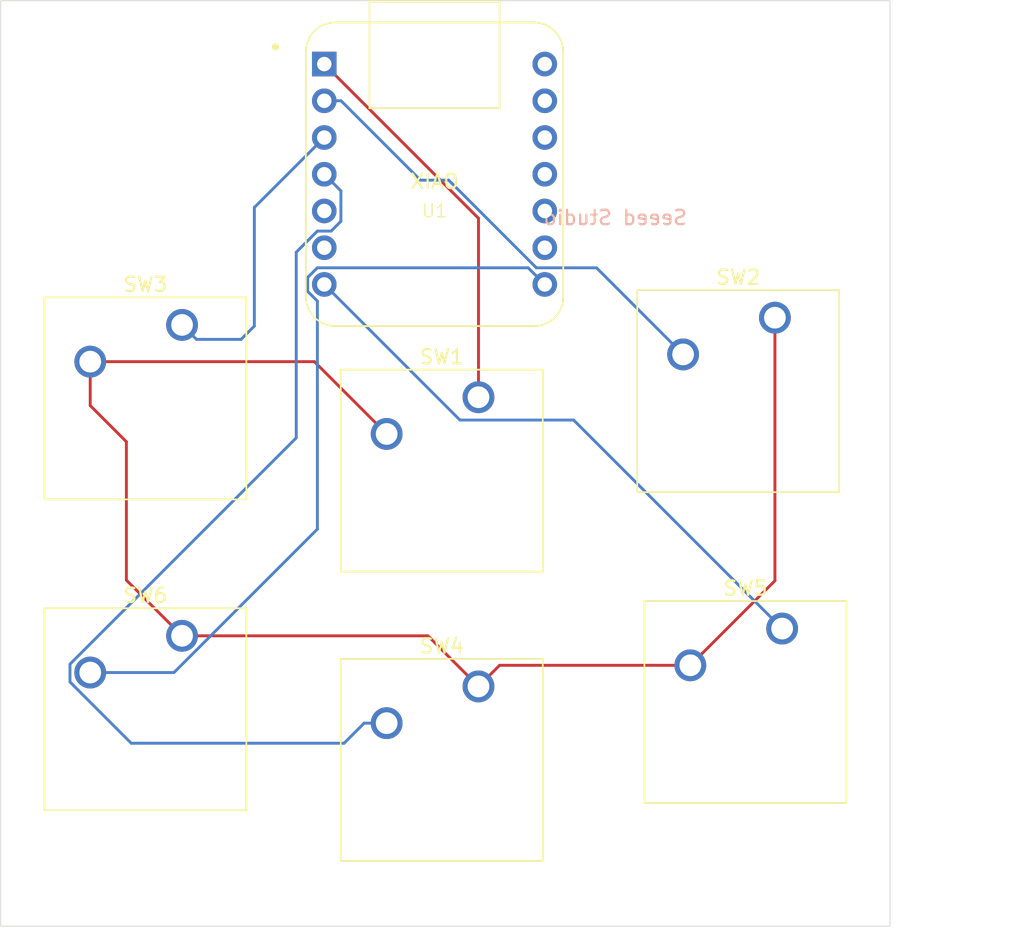
<source format=kicad_pcb>
(kicad_pcb (version 20240108) (generator "pcbnew") (generator_version "8.0")
  (layers (0 "F.Cu" signal) (31 "B.Cu" signal) (34 "B.Paste" user) (35 "F.Paste" user) (36 "B.SilkS" user "B.Silkscreen") (37 "F.SilkS" user "F.Silkscreen") (38 "B.Mask" user) (39 "F.Mask" user) (44 "Edge.Cuts" user))
  (net 0 "")
  (net 1 "GND")
  (net 2 "SW1")
  (net 3 "SW2")
  (net 4 "SW3")
  (net 5 "SW4")
  (net 6 "SW5")
  (net 7 "SW6")
  (footprint "Button_Switch_Keyboard:SW_Cherry_MX_1.00u_PCB" (layer "F.Cu") (at 76.04 70.92)
    (property "Reference" "SW5" (at -2.54 -2.794 0) (layer "F.SilkS"))
    (property "Value" "SW_Push")
    (fp_line (start -9.525 -1.905) (end 4.445 -1.905) (stroke (width 0.12)) (layer "F.SilkS"))
    (fp_line (start -9.525 12.065) (end -9.525 -1.905) (stroke (width 0.12)) (layer "F.SilkS"))
    (fp_line (start 4.445 -1.905) (end 4.445 12.065) (stroke (width 0.12)) (layer "F.SilkS"))
    (fp_line (start 4.445 12.065) (end -9.525 12.065) (stroke (width 0.12)) (layer "F.SilkS"))
    (pad "" np_thru_hole circle (at -7.62 5.08) (size 1.7 1.7) (drill 1.7) (layers "*.Cu" "*.Mask"))
    (pad "" np_thru_hole circle (at -2.54 5.08) (size 4 4) (drill 4) (layers "*.Cu" "*.Mask"))
    (pad "" np_thru_hole circle (at 2.54 5.08) (size 1.7 1.7) (drill 1.7) (layers "*.Cu" "*.Mask"))
    (pad "1" thru_hole circle (at 0 0) (size 2.2 2.2) (drill 1.5) (layers "*.Cu" "*.Mask") (net 6 "SW5"))
    (pad "2" thru_hole circle (at -6.35 2.54) (size 2.2 2.2) (drill 1.5) (layers "*.Cu" "*.Mask") (net 1 "GND"))
  )
  (footprint "Seeed Studio XIAO Series Library:XIAO-Generic-Thruhole-14P-2.54-21X17.8MM" (layer "F.Cu") (at 52 39.5)
    (property "Reference" "U1" (at 0 2.54 0) (layer "F.SilkS") (effects (font (size 0.889 0.889) (thickness 0.1016))))
    (property "Value" "Seeed Studio XIAO SAMD21" (hide yes))
    (fp_line (start -8.9 -8.5) (end -8.9 8.5) (stroke (width 0.127)) (layer "F.SilkS"))
    (fp_line (start -6.9 10.5) (end 6.9 10.5) (stroke (width 0.127)) (layer "F.SilkS"))
    (fp_line (start -4.5 -11.92403) (end 4.5 -11.92403) (stroke (width 0.127)) (layer "F.SilkS"))
    (fp_line (start -4.5 -4.57073) (end -4.5 -11.92403) (stroke (width 0.127)) (layer "F.SilkS"))
    (fp_line (start 4.5 -11.92403) (end 4.5 -4.57073) (stroke (width 0.127)) (layer "F.SilkS"))
    (fp_line (start 4.5 -4.57073) (end -4.5 -4.57073) (stroke (width 0.127)) (layer "F.SilkS"))
    (fp_line (start 6.9 -10.49909) (end -6.9 -10.49909) (stroke (width 0.127)) (layer "F.SilkS"))
    (fp_line (start 8.9 8.5) (end 8.9 -8.5) (stroke (width 0.127)) (layer "F.SilkS"))
    (fp_arc (start -8.9 -8.5) (mid -8.301491 -9.901491) (end -6.9 -10.5) (stroke (width 0.12)) (layer "F.SilkS"))
    (fp_arc (start -6.9 10.5) (mid -8.301423 9.901423) (end -8.9 8.5) (stroke (width 0.12)) (layer "F.SilkS"))
    (fp_arc (start 6.9 -10.5) (mid 8.301494 -9.901494) (end 8.9 -8.5) (stroke (width 0.12)) (layer "F.SilkS"))
    (fp_arc (start 8.9 8.5) (mid 8.314214 9.914214) (end 6.9 10.5) (stroke (width 0.12)) (layer "F.SilkS"))
    (fp_circle (center -11 -8.8) (end -11 -9.054) (fill solid) (layer "F.SilkS"))
    (fp_poly (pts (xy -8.887715 -8.561705) (xy -8.884667 -8.610473) (xy -8.880603 -8.659494)) (stroke (width 0.0254)) (fill none) (layer "F.SilkS"))
    (fp_poly (pts (xy 8.889492 8.521574) (xy 8.887713 8.57085) (xy 8.884665 8.619618) (xy 8.880601 8.668639) (xy 8.875268 8.717407) (xy 8.868664 8.766175) (xy 8.861044 8.81469) (xy 8.852153 8.86295) (xy 8.842248 8.910955)) (stroke (width 0.0254)) (fill none) (layer "F.SilkS"))
    (fp_text user "Seeed Studio" (at 12.5 3 0) (layer "B.SilkS") (effects (justify mirror)))
    (fp_text user "XIAO" (at 0 0.5 0) (layer "F.SilkS"))
    (pad "1" thru_hole rect (at -7.625 -7.62) (size 1.7 1.7) (drill 1) (layers "*.Cu" "*.Mask") (net 2 "SW1"))
    (pad "2" thru_hole circle (at -7.625 -5.08) (size 1.7 1.7) (drill 1) (layers "*.Cu" "*.Mask") (net 3 "SW2"))
    (pad "3" thru_hole circle (at -7.625 -2.54) (size 1.7 1.7) (drill 1) (layers "*.Cu" "*.Mask") (net 4 "SW3"))
    (pad "4" thru_hole circle (at -7.625 0) (size 1.7 1.7) (drill 1) (layers "*.Cu" "*.Mask") (net 5 "SW4"))
    (pad "5" thru_hole circle (at -7.625 2.54) (size 1.7 1.7) (drill 1) (layers "*.Cu" "*.Mask"))
    (pad "6" thru_hole circle (at -7.625 5.08 180) (size 1.7 1.7) (drill 1) (layers "*.Cu" "*.Mask"))
    (pad "7" thru_hole circle (at -7.625 7.62) (size 1.7 1.7) (drill 1) (layers "*.Cu" "*.Mask") (net 6 "SW5"))
    (pad "8" thru_hole circle (at 7.625 7.62) (size 1.7 1.7) (drill 1) (layers "*.Cu" "*.Mask") (net 7 "SW6"))
    (pad "9" thru_hole circle (at 7.625 5.08) (size 1.7 1.7) (drill 1) (layers "*.Cu" "*.Mask"))
    (pad "10" thru_hole circle (at 7.625 2.54) (size 1.7 1.7) (drill 1) (layers "*.Cu" "*.Mask"))
    (pad "11" thru_hole circle (at 7.625 0) (size 1.7 1.7) (drill 1) (layers "*.Cu" "*.Mask"))
    (pad "12" thru_hole circle (at 7.625 -2.54) (size 1.7 1.7) (drill 1) (layers "*.Cu" "*.Mask"))
    (pad "13" thru_hole circle (at 7.625 -5.08) (size 1.7 1.7) (drill 1) (layers "*.Cu" "*.Mask"))
    (pad "14" thru_hole circle (at 7.625 -7.62) (size 1.7 1.7) (drill 1) (layers "*.Cu" "*.Mask"))
  )
  (footprint "Button_Switch_Keyboard:SW_Cherry_MX_1.00u_PCB" (layer "F.Cu") (at 34.54 49.92)
    (property "Reference" "SW3" (at -2.54 -2.794 0) (layer "F.SilkS"))
    (property "Value" "SW_Push")
    (fp_line (start -9.525 -1.905) (end 4.445 -1.905) (stroke (width 0.12)) (layer "F.SilkS"))
    (fp_line (start -9.525 12.065) (end -9.525 -1.905) (stroke (width 0.12)) (layer "F.SilkS"))
    (fp_line (start 4.445 -1.905) (end 4.445 12.065) (stroke (width 0.12)) (layer "F.SilkS"))
    (fp_line (start 4.445 12.065) (end -9.525 12.065) (stroke (width 0.12)) (layer "F.SilkS"))
    (pad "" np_thru_hole circle (at -7.62 5.08) (size 1.7 1.7) (drill 1.7) (layers "*.Cu" "*.Mask"))
    (pad "" np_thru_hole circle (at -2.54 5.08) (size 4 4) (drill 4) (layers "*.Cu" "*.Mask"))
    (pad "" np_thru_hole circle (at 2.54 5.08) (size 1.7 1.7) (drill 1.7) (layers "*.Cu" "*.Mask"))
    (pad "1" thru_hole circle (at 0 0) (size 2.2 2.2) (drill 1.5) (layers "*.Cu" "*.Mask") (net 4 "SW3"))
    (pad "2" thru_hole circle (at -6.35 2.54) (size 2.2 2.2) (drill 1.5) (layers "*.Cu" "*.Mask") (net 1 "GND"))
  )
  (footprint "Button_Switch_Keyboard:SW_Cherry_MX_1.00u_PCB" (layer "F.Cu") (at 55.04 74.92)
    (property "Reference" "SW4" (at -2.54 -2.794 0) (layer "F.SilkS"))
    (property "Value" "SW_Push")
    (fp_line (start -9.525 -1.905) (end 4.445 -1.905) (stroke (width 0.12)) (layer "F.SilkS"))
    (fp_line (start -9.525 12.065) (end -9.525 -1.905) (stroke (width 0.12)) (layer "F.SilkS"))
    (fp_line (start 4.445 -1.905) (end 4.445 12.065) (stroke (width 0.12)) (layer "F.SilkS"))
    (fp_line (start 4.445 12.065) (end -9.525 12.065) (stroke (width 0.12)) (layer "F.SilkS"))
    (pad "" np_thru_hole circle (at -7.62 5.08) (size 1.7 1.7) (drill 1.7) (layers "*.Cu" "*.Mask"))
    (pad "" np_thru_hole circle (at -2.54 5.08) (size 4 4) (drill 4) (layers "*.Cu" "*.Mask"))
    (pad "" np_thru_hole circle (at 2.54 5.08) (size 1.7 1.7) (drill 1.7) (layers "*.Cu" "*.Mask"))
    (pad "1" thru_hole circle (at 0 0) (size 2.2 2.2) (drill 1.5) (layers "*.Cu" "*.Mask") (net 1 "GND"))
    (pad "2" thru_hole circle (at -6.35 2.54) (size 2.2 2.2) (drill 1.5) (layers "*.Cu" "*.Mask") (net 5 "SW4"))
  )
  (footprint "Button_Switch_Keyboard:SW_Cherry_MX_1.00u_PCB" (layer "F.Cu") (at 34.54 71.42)
    (property "Reference" "SW6" (at -2.54 -2.794 0) (layer "F.SilkS"))
    (property "Value" "SW_Push")
    (fp_line (start -9.525 -1.905) (end 4.445 -1.905) (stroke (width 0.12)) (layer "F.SilkS"))
    (fp_line (start -9.525 12.065) (end -9.525 -1.905) (stroke (width 0.12)) (layer "F.SilkS"))
    (fp_line (start 4.445 -1.905) (end 4.445 12.065) (stroke (width 0.12)) (layer "F.SilkS"))
    (fp_line (start 4.445 12.065) (end -9.525 12.065) (stroke (width 0.12)) (layer "F.SilkS"))
    (pad "" np_thru_hole circle (at -7.62 5.08) (size 1.7 1.7) (drill 1.7) (layers "*.Cu" "*.Mask"))
    (pad "" np_thru_hole circle (at -2.54 5.08) (size 4 4) (drill 4) (layers "*.Cu" "*.Mask"))
    (pad "" np_thru_hole circle (at 2.54 5.08) (size 1.7 1.7) (drill 1.7) (layers "*.Cu" "*.Mask"))
    (pad "1" thru_hole circle (at 0 0) (size 2.2 2.2) (drill 1.5) (layers "*.Cu" "*.Mask") (net 1 "GND"))
    (pad "2" thru_hole circle (at -6.35 2.54) (size 2.2 2.2) (drill 1.5) (layers "*.Cu" "*.Mask") (net 7 "SW6"))
  )
  (footprint "Button_Switch_Keyboard:SW_Cherry_MX_1.00u_PCB" (layer "F.Cu") (at 55.04 54.92)
    (property "Reference" "SW1" (at -2.54 -2.794 0) (layer "F.SilkS"))
    (property "Value" "SW_Push")
    (fp_line (start -9.525 -1.905) (end 4.445 -1.905) (stroke (width 0.12)) (layer "F.SilkS"))
    (fp_line (start -9.525 12.065) (end -9.525 -1.905) (stroke (width 0.12)) (layer "F.SilkS"))
    (fp_line (start 4.445 -1.905) (end 4.445 12.065) (stroke (width 0.12)) (layer "F.SilkS"))
    (fp_line (start 4.445 12.065) (end -9.525 12.065) (stroke (width 0.12)) (layer "F.SilkS"))
    (pad "" np_thru_hole circle (at -7.62 5.08) (size 1.7 1.7) (drill 1.7) (layers "*.Cu" "*.Mask"))
    (pad "" np_thru_hole circle (at -2.54 5.08) (size 4 4) (drill 4) (layers "*.Cu" "*.Mask"))
    (pad "" np_thru_hole circle (at 2.54 5.08) (size 1.7 1.7) (drill 1.7) (layers "*.Cu" "*.Mask"))
    (pad "1" thru_hole circle (at 0 0) (size 2.2 2.2) (drill 1.5) (layers "*.Cu" "*.Mask") (net 2 "SW1"))
    (pad "2" thru_hole circle (at -6.35 2.54) (size 2.2 2.2) (drill 1.5) (layers "*.Cu" "*.Mask") (net 1 "GND"))
  )
  (footprint "Button_Switch_Keyboard:SW_Cherry_MX_1.00u_PCB" (layer "F.Cu") (at 75.54 49.42)
    (property "Reference" "SW2" (at -2.54 -2.794 0) (layer "F.SilkS"))
    (property "Value" "SW_Push")
    (fp_line (start -9.525 -1.905) (end 4.445 -1.905) (stroke (width 0.12)) (layer "F.SilkS"))
    (fp_line (start -9.525 12.065) (end -9.525 -1.905) (stroke (width 0.12)) (layer "F.SilkS"))
    (fp_line (start 4.445 -1.905) (end 4.445 12.065) (stroke (width 0.12)) (layer "F.SilkS"))
    (fp_line (start 4.445 12.065) (end -9.525 12.065) (stroke (width 0.12)) (layer "F.SilkS"))
    (pad "" np_thru_hole circle (at -7.62 5.08) (size 1.7 1.7) (drill 1.7) (layers "*.Cu" "*.Mask"))
    (pad "" np_thru_hole circle (at -2.54 5.08) (size 4 4) (drill 4) (layers "*.Cu" "*.Mask"))
    (pad "" np_thru_hole circle (at 2.54 5.08) (size 1.7 1.7) (drill 1.7) (layers "*.Cu" "*.Mask"))
    (pad "1" thru_hole circle (at 0 0) (size 2.2 2.2) (drill 1.5) (layers "*.Cu" "*.Mask") (net 1 "GND"))
    (pad "2" thru_hole circle (at -6.35 2.54) (size 2.2 2.2) (drill 1.5) (layers "*.Cu" "*.Mask") (net 3 "SW2"))
  )
  (gr_rect (start 22 27.5) (end 83.5 91.5) (stroke (width 0.05)) (fill none) (layer "Edge.Cuts"))
  (segment (start 30.69 67.57) (end 30.69 58) (width 0.2) (layer "F.Cu") (net 1))
  (segment (start 55.04 74.92) (end 56.5 73.46) (width 0.2) (layer "F.Cu") (net 1))
  (segment (start 75.54 49.42) (end 75.54 67.61) (width 0.2) (layer "F.Cu") (net 1))
  (segment (start 43.69 52.46) (end 48.69 57.46) (width 0.2) (layer "F.Cu") (net 1))
  (segment (start 56.5 73.46) (end 69.69 73.46) (width 0.2) (layer "F.Cu") (net 1))
  (segment (start 34.54 71.42) (end 51.54 71.42) (width 0.2) (layer "F.Cu") (net 1))
  (segment (start 34.54 71.42) (end 30.69 67.57) (width 0.2) (layer "F.Cu") (net 1))
  (segment (start 75.54 67.61) (end 69.69 73.46) (width 0.2) (layer "F.Cu") (net 1))
  (segment (start 28.19 55.5) (end 30.69 58) (width 0.2) (layer "F.Cu") (net 1))
  (segment (start 51.54 71.42) (end 55.04 74.92) (width 0.2) (layer "F.Cu") (net 1))
  (segment (start 28.19 52.46) (end 43.69 52.46) (width 0.2) (layer "F.Cu") (net 1))
  (segment (start 28.19 52.46) (end 28.19 55.5) (width 0.2) (layer "F.Cu") (net 1))
  (segment (start 70.54 72.61) (end 69.69 73.46) (width 0.2) (layer "F.Cu") (net 1))
  (segment (start 55.04 42.545) (end 44.375 31.88) (width 0.2) (layer "F.Cu") (net 2))
  (segment (start 55.04 54.92) (end 55.04 42.545) (width 0.2) (layer "F.Cu") (net 2))
  (segment (start 59.040686 45.97) (end 52.982387 39.911701) (width 0.2) (layer "B.Cu") (net 3))
  (segment (start 45.537056 34.42) (end 44.375 34.42) (width 0.2) (layer "B.Cu") (net 3))
  (segment (start 51.028757 39.911701) (end 45.537056 34.42) (width 0.2) (layer "B.Cu") (net 3))
  (segment (start 63.2 45.97) (end 59.040686 45.97) (width 0.2) (layer "B.Cu") (net 3))
  (segment (start 69.19 51.96) (end 63.2 45.97) (width 0.2) (layer "B.Cu") (net 3))
  (segment (start 52.982387 39.911701) (end 51.028757 39.911701) (width 0.2) (layer "B.Cu") (net 3))
  (segment (start 38.62 50.92) (end 39.54 50) (width 0.2) (layer "B.Cu") (net 4))
  (segment (start 34.54 49.92) (end 35.54 50.92) (width 0.2) (layer "B.Cu") (net 4))
  (segment (start 39.54 50) (end 39.54 41.795) (width 0.2) (layer "B.Cu") (net 4))
  (segment (start 35.54 50.92) (end 38.62 50.92) (width 0.2) (layer "B.Cu") (net 4))
  (segment (start 39.54 41.795) (end 44.375 36.96) (width 0.2) (layer "B.Cu") (net 4))
  (segment (start 45.744366 78.85) (end 47.134366 77.46) (width 0.2) (layer "B.Cu") (net 5))
  (segment (start 47.134366 77.46) (end 48.69 77.46) (width 0.2) (layer "B.Cu") (net 5))
  (segment (start 26.79 74.613402) (end 31.026598 78.85) (width 0.2) (layer "B.Cu") (net 5))
  (segment (start 43.898654 43.43) (end 42.437106 44.891548) (width 0.2) (layer "B.Cu") (net 5))
  (segment (start 42.437106 57.732995) (end 26.79 73.380101) (width 0.2) (layer "B.Cu") (net 5))
  (segment (start 42.437106 44.891548) (end 42.437106 57.732995) (width 0.2) (layer "B.Cu") (net 5))
  (segment (start 44.375 39.5) (end 45.525 40.65) (width 0.2) (layer "B.Cu") (net 5))
  (segment (start 44.851346 43.43) (end 43.898654 43.43) (width 0.2) (layer "B.Cu") (net 5))
  (segment (start 26.79 73.380101) (end 26.79 74.613402) (width 0.2) (layer "B.Cu") (net 5))
  (segment (start 31.026598 78.85) (end 45.744366 78.85) (width 0.2) (layer "B.Cu") (net 5))
  (segment (start 45.525 42.756346) (end 44.851346 43.43) (width 0.2) (layer "B.Cu") (net 5))
  (segment (start 45.525 40.65) (end 45.525 42.756346) (width 0.2) (layer "B.Cu") (net 5))
  (segment (start 44.38 47.12) (end 44.475 47.025) (width 0.2) (layer "F.Cu") (net 6))
  (segment (start 44.475 47.025) (end 44.475 47) (width 0.2) (layer "F.Cu") (net 6))
  (segment (start 44.375 47.12) (end 44.38 47.12) (width 0.2) (layer "F.Cu") (net 6))
  (segment (start 44.475 47.02) (end 44.375 47.12) (width 0.2) (layer "F.Cu") (net 6))
  (segment (start 44.475 47) (end 44.475 47.02) (width 0.2) (layer "F.Cu") (net 6))
  (segment (start 61.62 56.5) (end 76.04 70.92) (width 0.2) (layer "B.Cu") (net 6))
  (segment (start 53.755 56.5) (end 61.62 56.5) (width 0.2) (layer "B.Cu") (net 6))
  (segment (start 44.375 47.12) (end 53.755 56.5) (width 0.2) (layer "B.Cu") (net 6))
  (segment (start 43.898654 64.041245) (end 43.898654 48.27) (width 0.2) (layer "B.Cu") (net 7))
  (segment (start 43.898654 48.27) (end 43.225 47.596346) (width 0.2) (layer "B.Cu") (net 7))
  (segment (start 43.225 47.596346) (end 43.225 46.643654) (width 0.2) (layer "B.Cu") (net 7))
  (segment (start 43.898654 45.97) (end 58.475 45.97) (width 0.2) (layer "B.Cu") (net 7))
  (segment (start 33.979899 73.96) (end 43.898654 64.041245) (width 0.2) (layer "B.Cu") (net 7))
  (segment (start 28.19 73.96) (end 33.979899 73.96) (width 0.2) (layer "B.Cu") (net 7))
  (segment (start 58.475 45.97) (end 59.625 47.12) (width 0.2) (layer "B.Cu") (net 7))
  (segment (start 43.225 46.643654) (end 43.898654 45.97) (width 0.2) (layer "B.Cu") (net 7))
)
</source>
